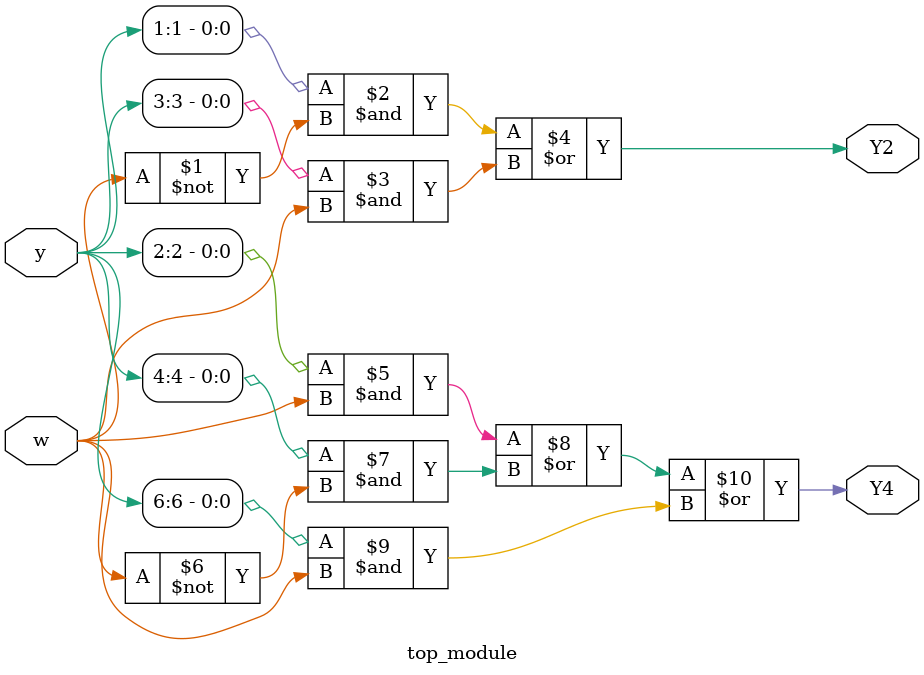
<source format=sv>
module top_module (
    input [6:1] y,
    input w,
    output Y2,
    output Y4
);

// Next-state logic for y[2] (state B and C)
assign Y2 = (y[1] & ~w) | (y[3] & w);

// Next-state logic for y[4] (state D, E, and F)
assign Y4 = (y[2] & w) | (y[4] & ~w) | (y[6] & w);

endmodule

</source>
